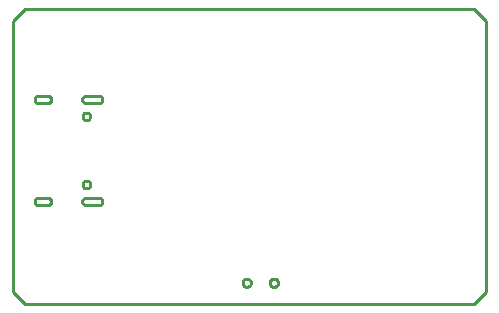
<source format=gbr>
G04 EAGLE Gerber RS-274X export*
G75*
%MOMM*%
%FSLAX34Y34*%
%LPD*%
%IN*%
%IPPOS*%
%AMOC8*
5,1,8,0,0,1.08239X$1,22.5*%
G01*
%ADD10C,0.254000*%


D10*
X0Y10000D02*
X10000Y0D01*
X390000Y0D01*
X400000Y10000D01*
X400000Y240000D01*
X390000Y250000D01*
X10000Y250000D01*
X0Y240000D01*
X0Y10000D01*
X58300Y86800D02*
X58311Y86539D01*
X58346Y86279D01*
X58402Y86024D01*
X58481Y85774D01*
X58581Y85532D01*
X58702Y85300D01*
X58843Y85079D01*
X59002Y84872D01*
X59179Y84679D01*
X59372Y84502D01*
X59579Y84343D01*
X59800Y84202D01*
X60032Y84081D01*
X60274Y83981D01*
X60524Y83902D01*
X60779Y83846D01*
X61039Y83811D01*
X61300Y83800D01*
X72300Y83800D01*
X72561Y83811D01*
X72821Y83846D01*
X73076Y83902D01*
X73326Y83981D01*
X73568Y84081D01*
X73800Y84202D01*
X74021Y84343D01*
X74228Y84502D01*
X74421Y84679D01*
X74598Y84872D01*
X74757Y85079D01*
X74898Y85300D01*
X75019Y85532D01*
X75119Y85774D01*
X75198Y86024D01*
X75254Y86279D01*
X75289Y86539D01*
X75300Y86800D01*
X75289Y87061D01*
X75254Y87321D01*
X75198Y87576D01*
X75119Y87826D01*
X75019Y88068D01*
X74898Y88300D01*
X74757Y88521D01*
X74598Y88728D01*
X74421Y88921D01*
X74228Y89098D01*
X74021Y89257D01*
X73800Y89398D01*
X73568Y89519D01*
X73326Y89619D01*
X73076Y89698D01*
X72821Y89754D01*
X72561Y89789D01*
X72300Y89800D01*
X61300Y89800D01*
X61039Y89789D01*
X60779Y89754D01*
X60524Y89698D01*
X60274Y89619D01*
X60032Y89519D01*
X59800Y89398D01*
X59579Y89257D01*
X59372Y89098D01*
X59179Y88921D01*
X59002Y88728D01*
X58843Y88521D01*
X58702Y88300D01*
X58581Y88068D01*
X58481Y87826D01*
X58402Y87576D01*
X58346Y87321D01*
X58311Y87061D01*
X58300Y86800D01*
X58300Y173200D02*
X58311Y172939D01*
X58346Y172679D01*
X58402Y172424D01*
X58481Y172174D01*
X58581Y171932D01*
X58702Y171700D01*
X58843Y171479D01*
X59002Y171272D01*
X59179Y171079D01*
X59372Y170902D01*
X59579Y170743D01*
X59800Y170602D01*
X60032Y170481D01*
X60274Y170381D01*
X60524Y170302D01*
X60779Y170246D01*
X61039Y170211D01*
X61300Y170200D01*
X72300Y170200D01*
X72561Y170211D01*
X72821Y170246D01*
X73076Y170302D01*
X73326Y170381D01*
X73568Y170481D01*
X73800Y170602D01*
X74021Y170743D01*
X74228Y170902D01*
X74421Y171079D01*
X74598Y171272D01*
X74757Y171479D01*
X74898Y171700D01*
X75019Y171932D01*
X75119Y172174D01*
X75198Y172424D01*
X75254Y172679D01*
X75289Y172939D01*
X75300Y173200D01*
X75289Y173461D01*
X75254Y173721D01*
X75198Y173976D01*
X75119Y174226D01*
X75019Y174468D01*
X74898Y174700D01*
X74757Y174921D01*
X74598Y175128D01*
X74421Y175321D01*
X74228Y175498D01*
X74021Y175657D01*
X73800Y175798D01*
X73568Y175919D01*
X73326Y176019D01*
X73076Y176098D01*
X72821Y176154D01*
X72561Y176189D01*
X72300Y176200D01*
X61300Y176200D01*
X61039Y176189D01*
X60779Y176154D01*
X60524Y176098D01*
X60274Y176019D01*
X60032Y175919D01*
X59800Y175798D01*
X59579Y175657D01*
X59372Y175498D01*
X59179Y175321D01*
X59002Y175128D01*
X58843Y174921D01*
X58702Y174700D01*
X58581Y174468D01*
X58481Y174226D01*
X58402Y173976D01*
X58346Y173721D01*
X58311Y173461D01*
X58300Y173200D01*
X18000Y86800D02*
X18011Y86539D01*
X18046Y86279D01*
X18102Y86024D01*
X18181Y85774D01*
X18281Y85532D01*
X18402Y85300D01*
X18543Y85079D01*
X18702Y84872D01*
X18879Y84679D01*
X19072Y84502D01*
X19279Y84343D01*
X19500Y84202D01*
X19732Y84081D01*
X19974Y83981D01*
X20224Y83902D01*
X20479Y83846D01*
X20739Y83811D01*
X21000Y83800D01*
X29000Y83800D01*
X29261Y83811D01*
X29521Y83846D01*
X29776Y83902D01*
X30026Y83981D01*
X30268Y84081D01*
X30500Y84202D01*
X30721Y84343D01*
X30928Y84502D01*
X31121Y84679D01*
X31298Y84872D01*
X31457Y85079D01*
X31598Y85300D01*
X31719Y85532D01*
X31819Y85774D01*
X31898Y86024D01*
X31954Y86279D01*
X31989Y86539D01*
X32000Y86800D01*
X31989Y87061D01*
X31954Y87321D01*
X31898Y87576D01*
X31819Y87826D01*
X31719Y88068D01*
X31598Y88300D01*
X31457Y88521D01*
X31298Y88728D01*
X31121Y88921D01*
X30928Y89098D01*
X30721Y89257D01*
X30500Y89398D01*
X30268Y89519D01*
X30026Y89619D01*
X29776Y89698D01*
X29521Y89754D01*
X29261Y89789D01*
X29000Y89800D01*
X21000Y89800D01*
X20739Y89789D01*
X20479Y89754D01*
X20224Y89698D01*
X19974Y89619D01*
X19732Y89519D01*
X19500Y89398D01*
X19279Y89257D01*
X19072Y89098D01*
X18879Y88921D01*
X18702Y88728D01*
X18543Y88521D01*
X18402Y88300D01*
X18281Y88068D01*
X18181Y87826D01*
X18102Y87576D01*
X18046Y87321D01*
X18011Y87061D01*
X18000Y86800D01*
X18000Y173200D02*
X18011Y172939D01*
X18046Y172679D01*
X18102Y172424D01*
X18181Y172174D01*
X18281Y171932D01*
X18402Y171700D01*
X18543Y171479D01*
X18702Y171272D01*
X18879Y171079D01*
X19072Y170902D01*
X19279Y170743D01*
X19500Y170602D01*
X19732Y170481D01*
X19974Y170381D01*
X20224Y170302D01*
X20479Y170246D01*
X20739Y170211D01*
X21000Y170200D01*
X29000Y170200D01*
X29261Y170211D01*
X29521Y170246D01*
X29776Y170302D01*
X30026Y170381D01*
X30268Y170481D01*
X30500Y170602D01*
X30721Y170743D01*
X30928Y170902D01*
X31121Y171079D01*
X31298Y171272D01*
X31457Y171479D01*
X31598Y171700D01*
X31719Y171932D01*
X31819Y172174D01*
X31898Y172424D01*
X31954Y172679D01*
X31989Y172939D01*
X32000Y173200D01*
X31989Y173461D01*
X31954Y173721D01*
X31898Y173976D01*
X31819Y174226D01*
X31719Y174468D01*
X31598Y174700D01*
X31457Y174921D01*
X31298Y175128D01*
X31121Y175321D01*
X30928Y175498D01*
X30721Y175657D01*
X30500Y175798D01*
X30268Y175919D01*
X30026Y176019D01*
X29776Y176098D01*
X29521Y176154D01*
X29261Y176189D01*
X29000Y176200D01*
X21000Y176200D01*
X20739Y176189D01*
X20479Y176154D01*
X20224Y176098D01*
X19974Y176019D01*
X19732Y175919D01*
X19500Y175798D01*
X19279Y175657D01*
X19072Y175498D01*
X18879Y175321D01*
X18702Y175128D01*
X18543Y174921D01*
X18402Y174700D01*
X18281Y174468D01*
X18181Y174226D01*
X18102Y173976D01*
X18046Y173721D01*
X18011Y173461D01*
X18000Y173200D01*
X61587Y97850D02*
X61165Y97906D01*
X60753Y98016D01*
X60359Y98179D01*
X59991Y98392D01*
X59653Y98651D01*
X59351Y98953D01*
X59092Y99291D01*
X58879Y99659D01*
X58716Y100053D01*
X58606Y100465D01*
X58550Y100887D01*
X58550Y101313D01*
X58606Y101735D01*
X58716Y102147D01*
X58879Y102541D01*
X59092Y102909D01*
X59351Y103247D01*
X59653Y103549D01*
X59991Y103808D01*
X60359Y104021D01*
X60753Y104184D01*
X61165Y104294D01*
X61587Y104350D01*
X62013Y104350D01*
X62435Y104294D01*
X62847Y104184D01*
X63241Y104021D01*
X63609Y103808D01*
X63947Y103549D01*
X64249Y103247D01*
X64508Y102909D01*
X64721Y102541D01*
X64884Y102147D01*
X64994Y101735D01*
X65050Y101313D01*
X65050Y100887D01*
X64994Y100465D01*
X64884Y100053D01*
X64721Y99659D01*
X64508Y99291D01*
X64249Y98953D01*
X63947Y98651D01*
X63609Y98392D01*
X63241Y98179D01*
X62847Y98016D01*
X62435Y97906D01*
X62013Y97850D01*
X61587Y97850D01*
X61587Y155650D02*
X61165Y155706D01*
X60753Y155816D01*
X60359Y155979D01*
X59991Y156192D01*
X59653Y156451D01*
X59351Y156753D01*
X59092Y157091D01*
X58879Y157459D01*
X58716Y157853D01*
X58606Y158265D01*
X58550Y158687D01*
X58550Y159113D01*
X58606Y159535D01*
X58716Y159947D01*
X58879Y160341D01*
X59092Y160709D01*
X59351Y161047D01*
X59653Y161349D01*
X59991Y161608D01*
X60359Y161821D01*
X60753Y161984D01*
X61165Y162094D01*
X61587Y162150D01*
X62013Y162150D01*
X62435Y162094D01*
X62847Y161984D01*
X63241Y161821D01*
X63609Y161608D01*
X63947Y161349D01*
X64249Y161047D01*
X64508Y160709D01*
X64721Y160341D01*
X64884Y159947D01*
X64994Y159535D01*
X65050Y159113D01*
X65050Y158687D01*
X64994Y158265D01*
X64884Y157853D01*
X64721Y157459D01*
X64508Y157091D01*
X64249Y156753D01*
X63947Y156451D01*
X63609Y156192D01*
X63241Y155979D01*
X62847Y155816D01*
X62435Y155706D01*
X62013Y155650D01*
X61587Y155650D01*
X201000Y17771D02*
X200940Y17316D01*
X200821Y16873D01*
X200646Y16449D01*
X200416Y16051D01*
X200137Y15687D01*
X199813Y15363D01*
X199449Y15084D01*
X199051Y14854D01*
X198627Y14679D01*
X198184Y14560D01*
X197729Y14500D01*
X197271Y14500D01*
X196816Y14560D01*
X196373Y14679D01*
X195949Y14854D01*
X195551Y15084D01*
X195187Y15363D01*
X194863Y15687D01*
X194584Y16051D01*
X194354Y16449D01*
X194179Y16873D01*
X194060Y17316D01*
X194000Y17771D01*
X194000Y18229D01*
X194060Y18684D01*
X194179Y19127D01*
X194354Y19551D01*
X194584Y19949D01*
X194863Y20313D01*
X195187Y20637D01*
X195551Y20916D01*
X195949Y21146D01*
X196373Y21321D01*
X196816Y21440D01*
X197271Y21500D01*
X197729Y21500D01*
X198184Y21440D01*
X198627Y21321D01*
X199051Y21146D01*
X199449Y20916D01*
X199813Y20637D01*
X200137Y20313D01*
X200416Y19949D01*
X200646Y19551D01*
X200821Y19127D01*
X200940Y18684D01*
X201000Y18229D01*
X201000Y17771D01*
X224000Y17771D02*
X223940Y17316D01*
X223821Y16873D01*
X223646Y16449D01*
X223416Y16051D01*
X223137Y15687D01*
X222813Y15363D01*
X222449Y15084D01*
X222051Y14854D01*
X221627Y14679D01*
X221184Y14560D01*
X220729Y14500D01*
X220271Y14500D01*
X219816Y14560D01*
X219373Y14679D01*
X218949Y14854D01*
X218551Y15084D01*
X218187Y15363D01*
X217863Y15687D01*
X217584Y16051D01*
X217354Y16449D01*
X217179Y16873D01*
X217060Y17316D01*
X217000Y17771D01*
X217000Y18229D01*
X217060Y18684D01*
X217179Y19127D01*
X217354Y19551D01*
X217584Y19949D01*
X217863Y20313D01*
X218187Y20637D01*
X218551Y20916D01*
X218949Y21146D01*
X219373Y21321D01*
X219816Y21440D01*
X220271Y21500D01*
X220729Y21500D01*
X221184Y21440D01*
X221627Y21321D01*
X222051Y21146D01*
X222449Y20916D01*
X222813Y20637D01*
X223137Y20313D01*
X223416Y19949D01*
X223646Y19551D01*
X223821Y19127D01*
X223940Y18684D01*
X224000Y18229D01*
X224000Y17771D01*
M02*

</source>
